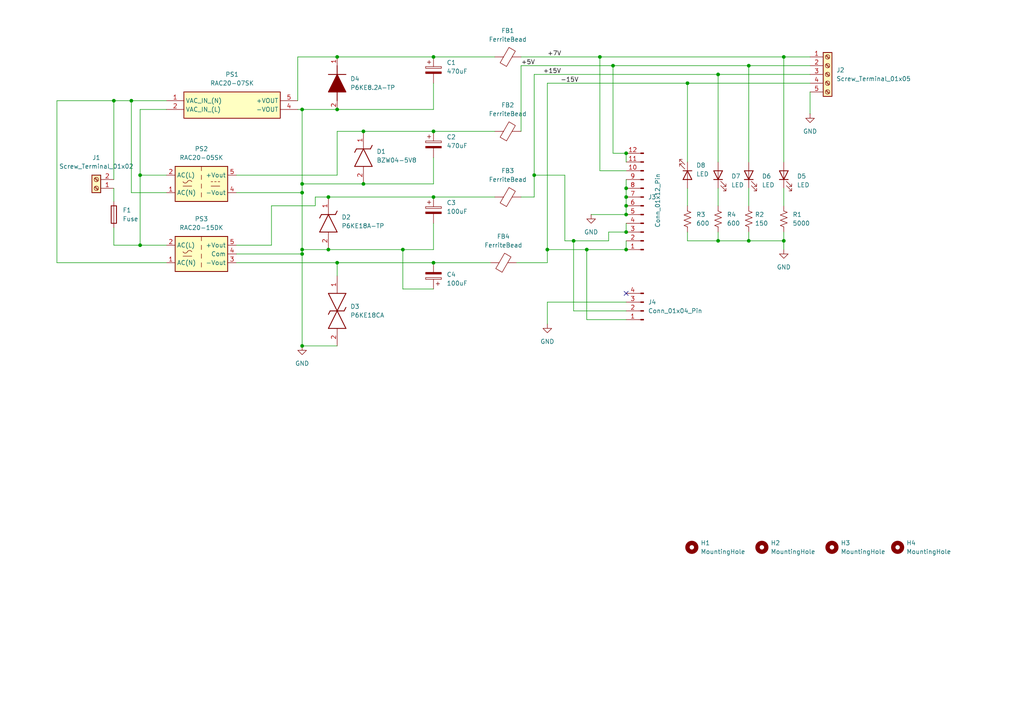
<source format=kicad_sch>
(kicad_sch (version 20250114) (generator "eeschema") (generator_version "9.0")
  (paper "A4")
  (lib_symbols
    (symbol "BZW04-5V8:BZW04-5V8" (pin_names (hide yes))
      (property "Reference" "D" (at 10.16 8.89 0))
      (property "Value" "BZW04-5V8" (at 10.16 6.35 0))
      (symbol "BZW04-5V8_1_1"
        (polyline (pts (xy 4.064 2.54) (xy 5.08 2.032)) (stroke (width 0.254)))
        (polyline (pts (xy 5.08 0) (xy 10.16 2.54)) (stroke (width 0.254)))
        (polyline (pts (xy 5.08 -2.032) (xy 5.08 2.032)) (stroke (width 0.254)))
        (polyline (pts (xy 5.08 -2.032) (xy 6.096 -2.54)) (stroke (width 0.254)))
        (polyline (pts (xy 10.16 -2.54) (xy 5.08 0)) (stroke (width 0.254)))
        (polyline (pts (xy 10.16 -2.54) (xy 10.16 2.54)) (stroke (width 0.254)))
        (pin passive line (at 0 0 0) (length 5.08) (name "K") (number "1"))
        (pin passive line (at 15.24 0 180) (length 5.08) (name "A") (number "2"))
      )
    )
    (symbol "Connector:Conn_01x04_Pin" (pin_names (offset 1.016) (hide yes))
      (property "Reference" "J" (at 0 5.08 0))
      (property "Value" "Conn_01x04_Pin" (at 0 -7.62 0))
      (symbol "Conn_01x04_Pin_1_1"
        (rectangle (start 0.8636 2.667) (end 0 2.413) (stroke (width 0.1524)) (fill (type outline)))
        (rectangle (start 0.8636 0.127) (end 0 -0.127) (stroke (width 0.1524)) (fill (type outline)))
        (rectangle (start 0.8636 -2.413) (end 0 -2.667) (stroke (width 0.1524)) (fill (type outline)))
        (rectangle (start 0.8636 -4.953) (end 0 -5.207) (stroke (width 0.1524)) (fill (type outline)))
        (polyline (pts (xy 1.27 2.54) (xy 0.8636 2.54)) (stroke (width 0.1524)))
        (polyline (pts (xy 1.27 0) (xy 0.8636 0)) (stroke (width 0.1524)))
        (polyline (pts (xy 1.27 -2.54) (xy 0.8636 -2.54)) (stroke (width 0.1524)))
        (polyline (pts (xy 1.27 -5.08) (xy 0.8636 -5.08)) (stroke (width 0.1524)))
        (pin passive line (at 5.08 2.54 180) (length 3.81) (name "Pin_1") (number "1"))
        (pin passive line (at 5.08 0 180) (length 3.81) (name "Pin_2") (number "2"))
        (pin passive line (at 5.08 -2.54 180) (length 3.81) (name "Pin_3") (number "3"))
        (pin passive line (at 5.08 -5.08 180) (length 3.81) (name "Pin_4") (number "4"))
      )
    )
    (symbol "Connector:Conn_01x12_Pin" (pin_names (offset 1.016) (hide yes))
      (property "Reference" "J" (at 0 15.24 0))
      (property "Value" "Conn_01x12_Pin" (at 0 -17.78 0))
      (symbol "Conn_01x12_Pin_1_1"
        (rectangle (start 0.8636 12.827) (end 0 12.573) (stroke (width 0.1524)) (fill (type outline)))
        (rectangle (start 0.8636 10.287) (end 0 10.033) (stroke (width 0.1524)) (fill (type outline)))
        (rectangle (start 0.8636 7.747) (end 0 7.493) (stroke (width 0.1524)) (fill (type outline)))
        (rectangle (start 0.8636 5.207) (end 0 4.953) (stroke (width 0.1524)) (fill (type outline)))
        (rectangle (start 0.8636 2.667) (end 0 2.413) (stroke (width 0.1524)) (fill (type outline)))
        (rectangle (start 0.8636 0.127) (end 0 -0.127) (stroke (width 0.1524)) (fill (type outline)))
        (rectangle (start 0.8636 -2.413) (end 0 -2.667) (stroke (width 0.1524)) (fill (type outline)))
        (rectangle (start 0.8636 -4.953) (end 0 -5.207) (stroke (width 0.1524)) (fill (type outline)))
        (rectangle (start 0.8636 -7.493) (end 0 -7.747) (stroke (width 0.1524)) (fill (type outline)))
        (rectangle (start 0.8636 -10.033) (end 0 -10.287) (stroke (width 0.1524)) (fill (type outline)))
        (rectangle (start 0.8636 -12.573) (end 0 -12.827) (stroke (width 0.1524)) (fill (type outline)))
        (rectangle (start 0.8636 -15.113) (end 0 -15.367) (stroke (width 0.1524)) (fill (type outline)))
        (polyline (pts (xy 1.27 12.7) (xy 0.8636 12.7)) (stroke (width 0.1524)))
        (polyline (pts (xy 1.27 10.16) (xy 0.8636 10.16)) (stroke (width 0.1524)))
        (polyline (pts (xy 1.27 7.62) (xy 0.8636 7.62)) (stroke (width 0.1524)))
        (polyline (pts (xy 1.27 5.08) (xy 0.8636 5.08)) (stroke (width 0.1524)))
        (polyline (pts (xy 1.27 2.54) (xy 0.8636 2.54)) (stroke (width 0.1524)))
        (polyline (pts (xy 1.27 0) (xy 0.8636 0)) (stroke (width 0.1524)))
        (polyline (pts (xy 1.27 -2.54) (xy 0.8636 -2.54)) (stroke (width 0.1524)))
        (polyline (pts (xy 1.27 -5.08) (xy 0.8636 -5.08)) (stroke (width 0.1524)))
        (polyline (pts (xy 1.27 -7.62) (xy 0.8636 -7.62)) (stroke (width 0.1524)))
        (polyline (pts (xy 1.27 -10.16) (xy 0.8636 -10.16)) (stroke (width 0.1524)))
        (polyline (pts (xy 1.27 -12.7) (xy 0.8636 -12.7)) (stroke (width 0.1524)))
        (polyline (pts (xy 1.27 -15.24) (xy 0.8636 -15.24)) (stroke (width 0.1524)))
        (pin passive line (at 5.08 12.7 180) (length 3.81) (name "Pin_1") (number "1"))
        (pin passive line (at 5.08 10.16 180) (length 3.81) (name "Pin_2") (number "2"))
        (pin passive line (at 5.08 7.62 180) (length 3.81) (name "Pin_3") (number "3"))
        (pin passive line (at 5.08 5.08 180) (length 3.81) (name "Pin_4") (number "4"))
        (pin passive line (at 5.08 2.54 180) (length 3.81) (name "Pin_5") (number "5"))
        (pin passive line (at 5.08 0 180) (length 3.81) (name "Pin_6") (number "6"))
        (pin passive line (at 5.08 -2.54 180) (length 3.81) (name "Pin_7") (number "7"))
        (pin passive line (at 5.08 -5.08 180) (length 3.81) (name "Pin_8") (number "8"))
        (pin passive line (at 5.08 -7.62 180) (length 3.81) (name "Pin_9") (number "9"))
        (pin passive line (at 5.08 -10.16 180) (length 3.81) (name "Pin_10") (number "10"))
        (pin passive line (at 5.08 -12.7 180) (length 3.81) (name "Pin_11") (number "11"))
        (pin passive line (at 5.08 -15.24 180) (length 3.81) (name "Pin_12") (number "12"))
      )
    )
    (symbol "Connector:Screw_Terminal_01x02" (pin_names (offset 1.016) (hide yes))
      (property "Reference" "J" (at 0 2.54 0))
      (property "Value" "Screw_Terminal_01x02" (at 0 -5.08 0))
      (symbol "Screw_Terminal_01x02_1_1"
        (rectangle (start -1.27 1.27) (end 1.27 -3.81) (stroke (width 0.254)) (fill (type background)))
        (polyline (pts (xy -0.5334 0.3302) (xy 0.3302 -0.508)) (stroke (width 0.1524)))
        (polyline (pts (xy -0.5334 -2.2098) (xy 0.3302 -3.048)) (stroke (width 0.1524)))
        (polyline (pts (xy -0.3556 0.508) (xy 0.508 -0.3302)) (stroke (width 0.1524)))
        (polyline (pts (xy -0.3556 -2.032) (xy 0.508 -2.8702)) (stroke (width 0.1524)))
        (circle (center 0 0) (radius 0.635) (stroke (width 0.1524)))
        (circle (center 0 -2.54) (radius 0.635) (stroke (width 0.1524)))
        (pin passive line (at -5.08 0 0) (length 3.81) (name "Pin_1") (number "1"))
        (pin passive line (at -5.08 -2.54 0) (length 3.81) (name "Pin_2") (number "2"))
      )
    )
    (symbol "Connector:Screw_Terminal_01x05" (pin_names (offset 1.016) (hide yes))
      (property "Reference" "J" (at 0 7.62 0))
      (property "Value" "Screw_Terminal_01x05" (at 0 -7.62 0))
      (symbol "Screw_Terminal_01x05_1_1"
        (rectangle (start -1.27 6.35) (end 1.27 -6.35) (stroke (width 0.254)) (fill (type background)))
        (polyline (pts (xy -0.5334 5.4102) (xy 0.3302 4.572)) (stroke (width 0.1524)))
        (polyline (pts (xy -0.5334 2.8702) (xy 0.3302 2.032)) (stroke (width 0.1524)))
        (polyline (pts (xy -0.5334 0.3302) (xy 0.3302 -0.508)) (stroke (width 0.1524)))
        (polyline (pts (xy -0.5334 -2.2098) (xy 0.3302 -3.048)) (stroke (width 0.1524)))
        (polyline (pts (xy -0.5334 -4.7498) (xy 0.3302 -5.588)) (stroke (width 0.1524)))
        (polyline (pts (xy -0.3556 5.588) (xy 0.508 4.7498)) (stroke (width 0.1524)))
        (polyline (pts (xy -0.3556 3.048) (xy 0.508 2.2098)) (stroke (width 0.1524)))
        (polyline (pts (xy -0.3556 0.508) (xy 0.508 -0.3302)) (stroke (width 0.1524)))
        (polyline (pts (xy -0.3556 -2.032) (xy 0.508 -2.8702)) (stroke (width 0.1524)))
        (polyline (pts (xy -0.3556 -4.572) (xy 0.508 -5.4102)) (stroke (width 0.1524)))
        (circle (center 0 5.08) (radius 0.635) (stroke (width 0.1524)))
        (circle (center 0 2.54) (radius 0.635) (stroke (width 0.1524)))
        (circle (center 0 0) (radius 0.635) (stroke (width 0.1524)))
        (circle (center 0 -2.54) (radius 0.635) (stroke (width 0.1524)))
        (circle (center 0 -5.08) (radius 0.635) (stroke (width 0.1524)))
        (pin passive line (at -5.08 5.08 0) (length 3.81) (name "Pin_1") (number "1"))
        (pin passive line (at -5.08 2.54 0) (length 3.81) (name "Pin_2") (number "2"))
        (pin passive line (at -5.08 0 0) (length 3.81) (name "Pin_3") (number "3"))
        (pin passive line (at -5.08 -2.54 0) (length 3.81) (name "Pin_4") (number "4"))
        (pin passive line (at -5.08 -5.08 0) (length 3.81) (name "Pin_5") (number "5"))
      )
    )
    (symbol "Converter_ACDC:RAC20-05SK"
      (property "Reference" "PS" (at 0 6.35 0))
      (property "Value" "RAC20-05SK" (at 0 -6.35 0))
      (symbol "RAC20-05SK_1_1"
        (rectangle (start -7.62 5.08) (end 7.62 -5.08) (stroke (width 0.254)) (fill (type background)))
        (polyline (pts (xy -5.334 -0.635) (xy -2.794 -0.635)))
        (arc (start -4.064 0.635) (mid -4.699 0.2495) (end -5.334 0.635))
        (arc (start -4.064 0.635) (mid -3.429 1.0072) (end -2.794 0.635))
        (polyline (pts (xy 0 5.08) (xy 0 3.81)))
        (polyline (pts (xy 0 2.54) (xy 0 1.27)))
        (polyline (pts (xy 0 0) (xy 0 -1.27)))
        (polyline (pts (xy 0 -2.54) (xy 0 -3.81)))
        (polyline (pts (xy 2.794 0.635) (xy 3.302 0.635)))
        (polyline (pts (xy 2.794 -0.635) (xy 5.334 -0.635)))
        (polyline (pts (xy 3.81 0.635) (xy 4.318 0.635)))
        (polyline (pts (xy 4.826 0.635) (xy 5.334 0.635)))
        (pin power_in line (at -10.16 2.54 0) (length 2.54) (name "AC(L)") (number "2"))
        (pin power_in line (at -10.16 -2.54 0) (length 2.54) (name "AC(N)") (number "1"))
        (pin power_out line (at 10.16 2.54 180) (length 2.54) (name "+Vout") (number "5"))
        (pin power_out line (at 10.16 -2.54 180) (length 2.54) (name "-Vout") (number "4"))
      )
    )
    (symbol "Converter_ACDC:RAC20-15DK"
      (property "Reference" "PS" (at 0 6.35 0))
      (property "Value" "RAC20-15DK" (at 0 -6.35 0))
      (symbol "RAC20-15DK_0_1"
        (rectangle (start -7.62 5.08) (end 7.62 -5.08) (stroke (width 0.254)) (fill (type background)))
        (polyline (pts (xy -5.334 -0.635) (xy -2.794 -0.635)))
        (arc (start -4.064 0.635) (mid -4.699 0.2495) (end -5.334 0.635))
        (arc (start -4.064 0.635) (mid -3.429 1.0072) (end -2.794 0.635))
        (polyline (pts (xy 0 5.08) (xy 0 3.81)))
        (polyline (pts (xy 0 2.54) (xy 0 1.27)))
        (polyline (pts (xy 0 0) (xy 0 -1.27)))
        (polyline (pts (xy 0 -2.54) (xy 0 -3.81)))
      )
      (symbol "RAC20-15DK_1_1"
        (pin power_in line (at -10.16 2.54 0) (length 2.54) (name "AC(L)") (number "2"))
        (pin power_in line (at -10.16 -2.54 0) (length 2.54) (name "AC(N)") (number "1"))
        (pin power_out line (at 10.16 2.54 180) (length 2.54) (name "+Vout") (number "5"))
        (pin power_out line (at 10.16 0 180) (length 2.54) (name "Com") (number "4"))
        (pin power_out line (at 10.16 -2.54 180) (length 2.54) (name "-Vout") (number "3"))
      )
    )
    (symbol "Device:C_Polarized" (pin_numbers (hide yes)) (pin_names (offset 0.254))
      (property "Reference" "C" (at 0.635 2.54 0))
      (property "Value" "C_Polarized" (at 0.635 -2.54 0))
      (symbol "C_Polarized_0_1"
        (rectangle (start -2.286 0.508) (end 2.286 1.016))
        (polyline (pts (xy -1.778 2.286) (xy -0.762 2.286)))
        (polyline (pts (xy -1.27 2.794) (xy -1.27 1.778)))
        (rectangle (start 2.286 -0.508) (end -2.286 -1.016) (fill (type outline)))
      )
      (symbol "C_Polarized_1_1"
        (pin passive line (at 0 3.81 270) (length 2.794) (name "~") (number "1"))
        (pin passive line (at 0 -3.81 90) (length 2.794) (name "~") (number "2"))
      )
    )
    (symbol "Device:FerriteBead" (pin_numbers (hide yes)) (pin_names (offset 0))
      (property "Reference" "FB" (at -3.81 0.635 90))
      (property "Value" "FerriteBead" (at 3.81 0 90))
      (symbol "FerriteBead_0_1"
        (polyline (pts (xy -2.7686 0.4064) (xy -1.7018 2.2606) (xy 2.7686 -0.3048) (xy 1.6764 -2.159) (xy -2.7686 0.4064)))
        (polyline (pts (xy 0 1.27) (xy 0 1.2954)))
        (polyline (pts (xy 0 -1.27) (xy 0 -1.2192)))
      )
      (symbol "FerriteBead_1_1"
        (pin passive line (at 0 3.81 270) (length 2.54) (name "~") (number "1"))
        (pin passive line (at 0 -3.81 90) (length 2.54) (name "~") (number "2"))
      )
    )
    (symbol "Device:Fuse" (pin_numbers (hide yes)) (pin_names (offset 0))
      (property "Reference" "F" (at 2.032 0 90))
      (property "Value" "Fuse" (at -1.905 0 90))
      (symbol "Fuse_0_1"
        (rectangle (start -0.762 -2.54) (end 0.762 2.54) (stroke (width 0.254)))
        (polyline (pts (xy 0 2.54) (xy 0 -2.54)))
      )
      (symbol "Fuse_1_1"
        (pin passive line (at 0 3.81 270) (length 1.27) (name "~") (number "1"))
        (pin passive line (at 0 -3.81 90) (length 1.27) (name "~") (number "2"))
      )
    )
    (symbol "Device:LED" (pin_numbers (hide yes)) (pin_names (offset 1.016) (hide yes))
      (property "Reference" "D" (at 0 2.54 0))
      (property "Value" "LED" (at 0 -2.54 0))
      (symbol "LED_0_1"
        (polyline (pts (xy -3.048 -0.762) (xy -4.572 -2.286) (xy -3.81 -2.286) (xy -4.572 -2.286) (xy -4.572 -1.524)))
        (polyline (pts (xy -1.778 -0.762) (xy -3.302 -2.286) (xy -2.54 -2.286) (xy -3.302 -2.286) (xy -3.302 -1.524)))
        (polyline (pts (xy -1.27 0) (xy 1.27 0)))
        (polyline (pts (xy -1.27 -1.27) (xy -1.27 1.27)) (stroke (width 0.254)))
        (polyline (pts (xy 1.27 -1.27) (xy 1.27 1.27) (xy -1.27 0) (xy 1.27 -1.27)) (stroke (width 0.254)))
      )
      (symbol "LED_1_1"
        (pin passive line (at -3.81 0 0) (length 2.54) (name "K") (number "1"))
        (pin passive line (at 3.81 0 180) (length 2.54) (name "A") (number "2"))
      )
    )
    (symbol "Device:R_US" (pin_numbers (hide yes)) (pin_names (offset 0))
      (property "Reference" "R" (at 2.54 0 90))
      (property "Value" "R_US" (at -2.54 0 90))
      (symbol "R_US_0_1"
        (polyline (pts (xy 0 2.286) (xy 0 2.54)))
        (polyline (pts (xy 0 2.286) (xy 1.016 1.905) (xy 0 1.524) (xy -1.016 1.143) (xy 0 0.762)))
        (polyline (pts (xy 0 0.762) (xy 1.016 0.381) (xy 0 0) (xy -1.016 -0.381) (xy 0 -0.762)))
        (polyline (pts (xy 0 -0.762) (xy 1.016 -1.143) (xy 0 -1.524) (xy -1.016 -1.905) (xy 0 -2.286)))
        (polyline (pts (xy 0 -2.286) (xy 0 -2.54)))
      )
      (symbol "R_US_1_1"
        (pin passive line (at 0 3.81 270) (length 1.27) (name "~") (number "1"))
        (pin passive line (at 0 -3.81 90) (length 1.27) (name "~") (number "2"))
      )
    )
    (symbol "Mechanical:MountingHole" (pin_names (offset 1.016)) (exclude_from_sim yes) (in_bom no)
      (property "Reference" "H" (at 0 5.08 0))
      (property "Value" "MountingHole" (at 0 3.175 0))
      (symbol "MountingHole_0_1"
        (circle (center 0 0) (radius 1.27) (stroke (width 1.27)))
      )
    )
    (symbol "P6KE18A:P6KE18A-TP" (pin_names (hide yes))
      (property "Reference" "D" (at 10.16 8.89 0))
      (property "Value" "P6KE18A-TP" (at 10.16 6.35 0))
      (symbol "P6KE18A-TP_1_1"
        (polyline (pts (xy 4.064 2.54) (xy 5.08 2.032)) (stroke (width 0.254)))
        (polyline (pts (xy 5.08 0) (xy 10.16 2.54)) (stroke (width 0.254)))
        (polyline (pts (xy 5.08 -2.032) (xy 5.08 2.032)) (stroke (width 0.254)))
        (polyline (pts (xy 5.08 -2.032) (xy 6.096 -2.54)) (stroke (width 0.254)))
        (polyline (pts (xy 10.16 -2.54) (xy 5.08 0)) (stroke (width 0.254)))
        (polyline (pts (xy 10.16 -2.54) (xy 10.16 2.54)) (stroke (width 0.254)))
        (pin passive line (at 0 0 0) (length 5.08) (name "K") (number "1"))
        (pin passive line (at 15.24 0 180) (length 5.08) (name "A") (number "2"))
      )
    )
    (symbol "P6KE18CA:P6KE18CA" (pin_names (hide yes))
      (property "Reference" "D" (at 12.7 8.89 0))
      (property "Value" "P6KE18CA" (at 12.7 6.35 0))
      (symbol "P6KE18CA_1_1"
        (polyline (pts (xy 5.08 2.54) (xy 5.08 -2.54)) (stroke (width 0.254)))
        (polyline (pts (xy 5.08 2.54) (xy 10.16 0)) (stroke (width 0.254)))
        (polyline (pts (xy 9.144 2.54) (xy 10.16 2.032)) (stroke (width 0.254)))
        (polyline (pts (xy 10.16 0) (xy 5.08 -2.54)) (stroke (width 0.254)))
        (polyline (pts (xy 10.16 0) (xy 15.24 -2.54)) (stroke (width 0.254)))
        (polyline (pts (xy 10.16 -2.032) (xy 10.16 2.032)) (stroke (width 0.254)))
        (polyline (pts (xy 10.16 -2.032) (xy 11.176 -2.54)) (stroke (width 0.254)))
        (polyline (pts (xy 15.24 2.54) (xy 10.16 0)) (stroke (width 0.254)))
        (polyline (pts (xy 15.24 2.54) (xy 15.24 -2.54)) (stroke (width 0.254)))
        (pin passive line (at 0 0 0) (length 5.08) (name "1") (number "1"))
        (pin passive line (at 20.32 0 180) (length 5.08) (name "2") (number "2"))
      )
    )
    (symbol "P6KE8.2:P6KE8.2A-TP" (pin_names (hide yes))
      (property "Reference" "D" (at 11.43 5.08 0))
      (property "Value" "P6KE8.2A-TP" (at 11.43 2.54 0))
      (symbol "P6KE8.2A-TP_1_1"
        (polyline (pts (xy 2.54 0) (xy 5.08 0)) (stroke (width 0.254)))
        (polyline (pts (xy 5.08 2.54) (xy 5.08 -2.54)) (stroke (width 0.254)))
        (polyline (pts (xy 5.08 0) (xy 10.16 2.54) (xy 10.16 -2.54) (xy 5.08 0)) (stroke (width 0.254)) (fill (type outline)))
        (polyline (pts (xy 10.16 0) (xy 12.7 0)) (stroke (width 0.254)))
        (pin passive line (at 0 0 0) (length 2.54) (name "K") (number "1"))
        (pin passive line (at 15.24 0 180) (length 2.54) (name "A") (number "2"))
      )
    )
    (symbol "RAC20-07:RAC20-07SK"
      (property "Reference" "PS" (at 34.29 7.62 0))
      (property "Value" "RAC20-07SK" (at 34.29 5.08 0))
      (symbol "RAC20-07SK_1_1"
        (rectangle (start 5.08 2.54) (end 33.02 -5.08) (stroke (width 0.254)) (fill (type background)))
        (pin passive line (at 0 0 0) (length 5.08) (name "VAC_IN_(N)") (number "1"))
        (pin passive line (at 0 -2.54 0) (length 5.08) (name "VAC_IN_(L)") (number "2"))
        (pin passive line (at 38.1 0 180) (length 5.08) (name "+VOUT") (number "5"))
        (pin passive line (at 38.1 -2.54 180) (length 5.08) (name "-VOUT") (number "4"))
      )
    )
    (symbol "power:GND" (power) (pin_numbers (hide yes)) (pin_names (offset 0) (hide yes))
      (property "Value" "GND" (at 0 -3.81 0))
      (symbol "GND_0_1"
        (polyline (pts (xy 0 0) (xy 0 -1.27) (xy 1.27 -1.27) (xy 0 -2.54) (xy -1.27 -1.27) (xy 0 -1.27)))
      )
      (symbol "GND_1_1"
        (pin power_in line (at 0 0 270) (length 0) (name "~") (number "1"))
      )
    )
  )
  (junction (at 208.28 69.85))
  (junction (at 158.75 72.39))
  (junction (at 217.17 19.05))
  (junction (at 181.61 72.39))
  (junction (at 97.79 16.51))
  (junction (at 177.8 19.05))
  (junction (at 227.33 16.51))
  (junction (at 116.84 72.39))
  (junction (at 97.79 76.2))
  (junction (at 173.99 16.51))
  (junction (at 87.63 55.88))
  (junction (at 217.17 69.85))
  (junction (at 95.25 57.15))
  (junction (at 87.63 53.34))
  (junction (at 105.41 38.1))
  (junction (at 166.37 69.85))
  (junction (at 40.64 71.12))
  (junction (at 181.61 59.69))
  (junction (at 95.25 72.39))
  (junction (at 125.73 38.1))
  (junction (at 227.33 69.85))
  (junction (at 38.1 29.21))
  (junction (at 87.63 100.33))
  (junction (at 125.73 76.2))
  (junction (at 97.79 31.75))
  (junction (at 208.28 21.59))
  (junction (at 87.63 31.75))
  (junction (at 105.41 53.34))
  (junction (at 87.63 72.39))
  (junction (at 40.64 50.8))
  (junction (at 125.73 57.15))
  (junction (at 154.94 50.8))
  (junction (at 125.73 16.51))
  (junction (at 181.61 67.31))
  (junction (at 33.02 29.21))
  (junction (at 199.39 24.13))
  (junction (at 181.61 54.61))
  (junction (at 181.61 57.15))
  (junction (at 181.61 44.45))
  (junction (at 87.63 73.66))
  (junction (at 170.18 72.39))
  (junction (at 181.61 62.23))
  (no_connect (at 181.61 85.09))
  (wire (pts (xy 91.44 57.15) (xy 95.25 57.15)))
  (wire (pts (xy 105.41 53.34) (xy 125.73 53.34)))
  (wire (pts (xy 125.73 31.75) (xy 125.73 24.13)))
  (wire (pts (xy 177.8 44.45) (xy 181.61 44.45)))
  (wire (pts (xy 48.26 76.2) (xy 16.51 76.2)))
  (wire (pts (xy 116.84 72.39) (xy 125.73 72.39)))
  (wire (pts (xy 217.17 54.61) (xy 217.17 59.69)))
  (wire (pts (xy 208.28 21.59) (xy 208.28 46.99)))
  (wire (pts (xy 176.53 69.85) (xy 176.53 67.31)))
  (wire (pts (xy 87.63 53.34) (xy 87.63 55.88)))
  (wire (pts (xy 199.39 24.13) (xy 199.39 46.99)))
  (wire (pts (xy 163.83 69.85) (xy 166.37 69.85)))
  (wire (pts (xy 87.63 72.39) (xy 87.63 73.66)))
  (wire (pts (xy 105.41 38.1) (xy 125.73 38.1)))
  (wire (pts (xy 217.17 19.05) (xy 217.17 46.99)))
  (wire (pts (xy 97.79 31.75) (xy 125.73 31.75)))
  (wire (pts (xy 16.51 76.2) (xy 16.51 29.21)))
  (wire (pts (xy 68.58 73.66) (xy 87.63 73.66)))
  (wire (pts (xy 181.61 59.69) (xy 181.61 62.23)))
  (wire (pts (xy 38.1 29.21) (xy 33.02 29.21)))
  (wire (pts (xy 87.63 55.88) (xy 68.58 55.88)))
  (wire (pts (xy 166.37 69.85) (xy 176.53 69.85)))
  (wire (pts (xy 86.36 31.75) (xy 87.63 31.75)))
  (wire (pts (xy 227.33 69.85) (xy 227.33 72.39)))
  (wire (pts (xy 173.99 49.53) (xy 181.61 49.53)))
  (wire (pts (xy 125.73 38.1) (xy 143.51 38.1)))
  (wire (pts (xy 95.25 57.15) (xy 125.73 57.15)))
  (wire (pts (xy 227.33 16.51) (xy 234.95 16.51)))
  (wire (pts (xy 208.28 67.31) (xy 208.28 69.85)))
  (wire (pts (xy 33.02 66.04) (xy 33.02 71.12)))
  (wire (pts (xy 177.8 19.05) (xy 177.8 44.45)))
  (wire (pts (xy 199.39 24.13) (xy 158.75 24.13)))
  (wire (pts (xy 97.79 50.8) (xy 97.79 38.1)))
  (wire (pts (xy 95.25 72.39) (xy 116.84 72.39)))
  (wire (pts (xy 87.63 31.75) (xy 87.63 53.34)))
  (wire (pts (xy 97.79 76.2) (xy 125.73 76.2)))
  (wire (pts (xy 158.75 24.13) (xy 158.75 72.39)))
  (wire (pts (xy 199.39 67.31) (xy 199.39 69.85)))
  (wire (pts (xy 181.61 54.61) (xy 181.61 57.15)))
  (wire (pts (xy 208.28 21.59) (xy 154.94 21.59)))
  (wire (pts (xy 166.37 69.85) (xy 166.37 90.17)))
  (wire (pts (xy 234.95 24.13) (xy 199.39 24.13)))
  (wire (pts (xy 48.26 31.75) (xy 40.64 31.75)))
  (wire (pts (xy 48.26 29.21) (xy 38.1 29.21)))
  (wire (pts (xy 234.95 21.59) (xy 208.28 21.59)))
  (wire (pts (xy 68.58 71.12) (xy 78.74 71.12)))
  (wire (pts (xy 87.63 31.75) (xy 97.79 31.75)))
  (wire (pts (xy 125.73 57.15) (xy 143.51 57.15)))
  (wire (pts (xy 33.02 71.12) (xy 40.64 71.12)))
  (wire (pts (xy 151.13 16.51) (xy 173.99 16.51)))
  (wire (pts (xy 181.61 57.15) (xy 181.61 59.69)))
  (wire (pts (xy 86.36 29.21) (xy 86.36 16.51)))
  (wire (pts (xy 91.44 59.69) (xy 91.44 57.15)))
  (wire (pts (xy 87.63 100.33) (xy 97.79 100.33)))
  (wire (pts (xy 158.75 72.39) (xy 158.75 76.2)))
  (wire (pts (xy 68.58 76.2) (xy 97.79 76.2)))
  (wire (pts (xy 170.18 92.71) (xy 181.61 92.71)))
  (wire (pts (xy 154.94 57.15) (xy 151.13 57.15)))
  (wire (pts (xy 170.18 72.39) (xy 170.18 92.71)))
  (wire (pts (xy 176.53 67.31) (xy 181.61 67.31)))
  (wire (pts (xy 116.84 72.39) (xy 116.84 83.82)))
  (wire (pts (xy 151.13 19.05) (xy 151.13 38.1)))
  (wire (pts (xy 177.8 19.05) (xy 151.13 19.05)))
  (wire (pts (xy 181.61 44.45) (xy 181.61 46.99)))
  (wire (pts (xy 181.61 69.85) (xy 181.61 72.39)))
  (wire (pts (xy 97.79 38.1) (xy 105.41 38.1)))
  (wire (pts (xy 116.84 83.82) (xy 125.73 83.82)))
  (wire (pts (xy 87.63 73.66) (xy 87.63 100.33)))
  (wire (pts (xy 97.79 16.51) (xy 125.73 16.51)))
  (wire (pts (xy 227.33 54.61) (xy 227.33 59.69)))
  (wire (pts (xy 154.94 50.8) (xy 154.94 57.15)))
  (wire (pts (xy 40.64 31.75) (xy 40.64 50.8)))
  (wire (pts (xy 125.73 53.34) (xy 125.73 45.72)))
  (wire (pts (xy 87.63 53.34) (xy 105.41 53.34)))
  (wire (pts (xy 78.74 71.12) (xy 78.74 59.69)))
  (wire (pts (xy 95.25 72.39) (xy 87.63 72.39)))
  (wire (pts (xy 217.17 69.85) (xy 227.33 69.85)))
  (wire (pts (xy 181.61 52.07) (xy 181.61 54.61)))
  (wire (pts (xy 125.73 72.39) (xy 125.73 64.77)))
  (wire (pts (xy 171.45 62.23) (xy 181.61 62.23)))
  (wire (pts (xy 48.26 55.88) (xy 38.1 55.88)))
  (wire (pts (xy 154.94 21.59) (xy 154.94 50.8)))
  (wire (pts (xy 199.39 69.85) (xy 208.28 69.85)))
  (wire (pts (xy 125.73 16.51) (xy 143.51 16.51)))
  (wire (pts (xy 158.75 76.2) (xy 149.86 76.2)))
  (wire (pts (xy 87.63 55.88) (xy 87.63 72.39)))
  (wire (pts (xy 217.17 19.05) (xy 177.8 19.05)))
  (wire (pts (xy 78.74 59.69) (xy 91.44 59.69)))
  (wire (pts (xy 208.28 54.61) (xy 208.28 59.69)))
  (wire (pts (xy 173.99 16.51) (xy 173.99 49.53)))
  (wire (pts (xy 97.79 76.2) (xy 97.79 80.01)))
  (wire (pts (xy 208.28 69.85) (xy 217.17 69.85)))
  (wire (pts (xy 181.61 64.77) (xy 181.61 67.31)))
  (wire (pts (xy 234.95 26.67) (xy 234.95 33.02)))
  (wire (pts (xy 40.64 71.12) (xy 48.26 71.12)))
  (wire (pts (xy 40.64 50.8) (xy 48.26 50.8)))
  (wire (pts (xy 181.61 87.63) (xy 158.75 87.63)))
  (wire (pts (xy 16.51 29.21) (xy 33.02 29.21)))
  (wire (pts (xy 86.36 16.51) (xy 97.79 16.51)))
  (wire (pts (xy 40.64 50.8) (xy 40.64 71.12)))
  (wire (pts (xy 166.37 90.17) (xy 181.61 90.17)))
  (wire (pts (xy 217.17 67.31) (xy 217.17 69.85)))
  (wire (pts (xy 170.18 72.39) (xy 181.61 72.39)))
  (wire (pts (xy 163.83 50.8) (xy 163.83 69.85)))
  (wire (pts (xy 68.58 50.8) (xy 97.79 50.8)))
  (wire (pts (xy 38.1 55.88) (xy 38.1 29.21)))
  (wire (pts (xy 234.95 19.05) (xy 217.17 19.05)))
  (wire (pts (xy 173.99 16.51) (xy 227.33 16.51)))
  (wire (pts (xy 125.73 76.2) (xy 142.24 76.2)))
  (wire (pts (xy 227.33 67.31) (xy 227.33 69.85)))
  (wire (pts (xy 199.39 54.61) (xy 199.39 59.69)))
  (wire (pts (xy 33.02 54.61) (xy 33.02 58.42)))
  (wire (pts (xy 33.02 29.21) (xy 33.02 52.07)))
  (wire (pts (xy 158.75 72.39) (xy 170.18 72.39)))
  (wire (pts (xy 154.94 50.8) (xy 163.83 50.8)))
  (wire (pts (xy 227.33 16.51) (xy 227.33 46.99)))
  (wire (pts (xy 158.75 87.63) (xy 158.75 93.98)))
  (label "+15V" (at 157.48 21.59 0))
  (label "+7V" (at 158.75 16.51 0))
  (label "+5V" (at 151.13 19.05 0))
  (label "-15V" (at 162.56 24.13 0))
  (symbol (lib_id "Device:FerriteBead") (at 147.32 57.15 90) (unit 1)
    (property "Reference" "FB3" (at 147.2692 49.53 90))
    (property "Value" "FerriteBead" (at 147.2692 52.07 90))
    (property "Footprint" "Ferrite_THT:LairdTech_28C0236-0JW-10" (effects (hide yes)))
    (property "Description" "Ferrite bead" (effects (hide yes)))
    (property "Mouser Part Number" "875-28C0236-0JW-10" (effects (hide yes)))
  )
  (symbol (lib_id "power:GND") (at 87.63 100.33 0) (unit 1)
    (property "Reference" "#PWR01" (effects (hide yes)))
    (property "Value" "GND" (at 87.63 105.41 0))
    (property "Description" "Power symbol creates a global label with name \"GND\" , ground" (effects (hide yes)))
  )
  (symbol (lib_id "Mechanical:MountingHole") (at 200.66 158.75 0) (unit 1) (exclude_from_sim yes) (in_bom no)
    (property "Reference" "H1" (at 203.2 157.4799 0) (effects (justify left)))
    (property "Value" "MountingHole" (at 203.2 160.0199 0) (effects (justify left)))
    (property "Footprint" "MountingHole:MountingHole_3.2mm_M3" (effects (hide yes)))
    (property "Description" "Mounting Hole without connection" (effects (hide yes)))
  )
  (symbol (lib_id "Converter_ACDC:RAC20-15DK") (at 58.42 73.66 0) (unit 1)
    (property "Reference" "PS3" (at 58.42 63.5 0))
    (property "Value" "RAC20-15DK" (at 58.42 66.04 0))
    (property "Footprint" "Converter_ACDC:Converter_ACDC_Recom_RAC20-xxDK_THT" (effects (hide yes)))
    (property "Datasheet" "https://recom-power.com/pdf/Powerline_AC-DC/RAC20-K.pdf" (effects (hide yes)))
    (property "Description" "20 Watt Dual Output AC/DC power supply ±15V ±670mA" (effects (hide yes)))
    (property "Mouser Part Number" "919-RAC20-15DK" (effects (hide yes)))
  )
  (symbol (lib_id "Device:C_Polarized") (at 125.73 20.32 0) (unit 1)
    (property "Reference" "C1" (at 129.54 18.1609 0) (effects (justify left)))
    (property "Value" "470uF" (at 129.54 20.7009 0) (effects (justify left)))
    (property "Footprint" "Capacitor_THT:CP_Radial_D10.0mm_P2.50mm" (effects (hide yes)))
    (property "Description" "Polarized capacitor" (effects (hide yes)))
    (property "Mouser Part Number" "667-EEU-FR1V471" (effects (hide yes)))
  )
  (symbol (lib_id "Connector:Screw_Terminal_01x05") (at 240.03 21.59 0) (unit 1)
    (property "Reference" "J2" (at 242.57 20.3199 0) (effects (justify left)))
    (property "Value" "Screw_Terminal_01x05" (at 242.57 22.8599 0) (effects (justify left)))
    (property "Footprint" "TerminalBlock_Altech:Altech_AK100_1x05_P5.00mm" (effects (hide yes)))
    (property "Description" "Generic screw terminal, single row, 01x05, script generated (kicad-library-utils/schlib/autogen/connector/)" (effects (hide yes)))
    (property "Mouser Part Number" "179-TB0010-500-05GR" (effects (hide yes)))
  )
  (symbol (lib_id "Device:R_US") (at 227.33 63.5 0) (unit 1)
    (property "Reference" "R1" (at 229.87 62.2299 0) (effects (justify left)))
    (property "Value" "5000" (at 229.87 64.7699 0) (effects (justify left)))
    (property "Footprint" "Resistor_THT:R_Axial_DIN0309_L9.0mm_D3.2mm_P12.70mm_Horizontal" (effects (hide yes)))
    (property "Description" "Resistor, US symbol" (effects (hide yes)))
  )
  (symbol (lib_id "Connector:Screw_Terminal_01x02") (at 27.94 54.61 180) (unit 1)
    (property "Reference" "J1" (at 27.94 45.72 0))
    (property "Value" "Screw_Terminal_01x02" (at 27.94 48.26 0))
    (property "Footprint" "TerminalBlock:TerminalBlock_Altech_AK300-2_P5.00mm" (effects (hide yes)))
    (property "Description" "Generic screw terminal, single row, 01x02, script generated (kicad-library-utils/schlib/autogen/connector/)" (effects (hide yes)))
    (property "Mouser Part Number" "845-30.602" (effects (hide yes)))
  )
  (symbol (lib_id "power:GND") (at 234.95 33.02 0) (unit 1)
    (property "Reference" "#PWR02" (effects (hide yes)))
    (property "Value" "GND" (at 234.95 38.1 0))
    (property "Description" "Power symbol creates a global label with name \"GND\" , ground" (effects (hide yes)))
  )
  (symbol (lib_id "Device:R_US") (at 217.17 63.5 0) (unit 1)
    (property "Reference" "R2" (at 218.948 62.23 0) (effects (justify left)))
    (property "Value" "150" (at 218.948 64.77 0) (effects (justify left)))
    (property "Footprint" "Resistor_THT:R_Axial_DIN0309_L9.0mm_D3.2mm_P12.70mm_Horizontal" (effects (hide yes)))
    (property "Description" "Resistor, US symbol" (effects (hide yes)))
  )
  (symbol (lib_id "P6KE18A:P6KE18A-TP") (at 95.25 57.15 270) (unit 1)
    (property "Reference" "D2" (at 99.06 62.9919 90) (effects (justify left)))
    (property "Value" "P6KE18A-TP" (at 99.06 65.5319 90) (effects (justify left)))
    (property "Footprint" "Diode_THT:D_5W_P12.70mm_Horizontal" (effects (hide yes)))
    (property "Datasheet" "https://www.mccsemi.com/pdf/Products/P6KE6.8(A)-P6KE600(A)(DO-15).pdf" (effects (hide yes)))
    (property "Description" "TVS" (effects (hide yes)))
    (property "Mouser Part Number" "833-P6KE18A-TP" (effects (hide yes)))
    (property "Manufacturer_Name" "MCC" (effects (hide yes)))
    (property "Manufacturer_Part_Number" "P6KE18A-TP" (effects (hide yes)))
  )
  (symbol (lib_id "Device:LED") (at 217.17 50.8 90) (unit 1)
    (property "Reference" "D6" (at 220.98 51.1174 90) (effects (justify right)))
    (property "Value" "LED" (at 220.98 53.6574 90) (effects (justify right)))
    (property "Footprint" "LED_THT:LED_D3.0mm" (effects (hide yes)))
    (property "Description" "Light emitting diode" (effects (hide yes)))
    (property "Sim.Pins" "1=K 2=A" (effects (hide yes)))
    (property "Mouser Part Number" "859-LTL-4211N" (effects (hide yes)))
  )
  (symbol (lib_id "Device:LED") (at 208.28 50.8 90) (unit 1)
    (property "Reference" "D7" (at 212.09 51.1174 90) (effects (justify right)))
    (property "Value" "LED" (at 212.09 53.6574 90) (effects (justify right)))
    (property "Footprint" "LED_THT:LED_D3.0mm" (effects (hide yes)))
    (property "Description" "Light emitting diode" (effects (hide yes)))
    (property "Sim.Pins" "1=K 2=A" (effects (hide yes)))
    (property "Mouser Part Number" "859-LTL-1CHG" (effects (hide yes)))
  )
  (symbol (lib_id "power:GND") (at 158.75 93.98 0) (unit 1)
    (property "Reference" "#PWR03" (effects (hide yes)))
    (property "Value" "GND" (at 158.75 99.06 0))
    (property "Description" "Power symbol creates a global label with name \"GND\" , ground" (effects (hide yes)))
  )
  (symbol (lib_id "Device:LED") (at 227.33 50.8 90) (unit 1)
    (property "Reference" "D5" (at 231.14 51.1174 90) (effects (justify right)))
    (property "Value" "LED" (at 231.14 53.6574 90) (effects (justify right)))
    (property "Footprint" "LED_THT:LED_D3.0mm" (effects (hide yes)))
    (property "Description" "Light emitting diode" (effects (hide yes)))
    (property "Sim.Pins" "1=K 2=A" (effects (hide yes)))
    (property "Mouser Part Number" "593-VAOL-3MSBY2" (effects (hide yes)))
  )
  (symbol (lib_id "Device:C_Polarized") (at 125.73 41.91 0) (unit 1)
    (property "Reference" "C2" (at 129.54 39.7509 0) (effects (justify left)))
    (property "Value" "470uF" (at 129.54 42.2909 0) (effects (justify left)))
    (property "Footprint" "Capacitor_THT:CP_Radial_D10.0mm_P2.50mm" (effects (hide yes)))
    (property "Description" "Polarized capacitor" (effects (hide yes)))
    (property "Mouser Part Number" "667-EEU-FR1V471" (effects (hide yes)))
  )
  (symbol (lib_id "Device:FerriteBead") (at 146.05 76.2 90) (unit 1)
    (property "Reference" "FB4" (at 145.9992 68.58 90))
    (property "Value" "FerriteBead" (at 145.9992 71.12 90))
    (property "Footprint" "Ferrite_THT:LairdTech_28C0236-0JW-10" (effects (hide yes)))
    (property "Description" "Ferrite bead" (effects (hide yes)))
    (property "Mouser Part Number" "875-28C0236-0JW-10" (effects (hide yes)))
  )
  (symbol (lib_id "P6KE8.2:P6KE8.2A-TP") (at 97.79 16.51 270) (unit 1)
    (property "Reference" "D4" (at 101.6 22.8599 90) (effects (justify left)))
    (property "Value" "P6KE8.2A-TP" (at 101.6 25.3999 90) (effects (justify left)))
    (property "Footprint" "Diode_THT:D_5W_P12.70mm_Horizontal" (effects (hide yes)))
    (property "Datasheet" "https://www.mccsemi.com/pdf/Products/P6KE6.8(A)-P6KE600(A)(DO-15).pdf" (effects (hide yes)))
    (property "Description" "TVS" (effects (hide yes)))
    (property "Mouser Part Number" "833-P6KE8.2A-TP" (effects (hide yes)))
    (property "Manufacturer_Name" "MCC" (effects (hide yes)))
    (property "Manufacturer_Part_Number" "P6KE8.2A-TP" (effects (hide yes)))
  )
  (symbol (lib_id "BZW04-5V8:BZW04-5V8") (at 105.41 38.1 270) (unit 1)
    (property "Reference" "D1" (at 109.22 43.9419 90) (effects (justify left)))
    (property "Value" "BZW04-5V8" (at 109.22 46.4819 90) (effects (justify left)))
    (property "Footprint" "Diode_THT:D_5W_P12.70mm_Horizontal" (effects (hide yes)))
    (property "Datasheet" "https://www.st.com/resource/en/datasheet/bzw04-28b.pdf" (effects (hide yes)))
    (property "Description" "Peak pulse power:  400 W (10/1000 us)  up to 2.3 kW (8/20 us)  Stand-off voltage range from 5.8 V to 376 V  Unidirectional and bidirectional types  Operating Tj  max: 175 C  High power capability at Tj  max.: up to 230 W (10/1000 s)  Lead finishing: matte tin plating" (effects (hide yes)))
    (property "Mouser Part Number" "511-BZW04-5V8" (effects (hide yes)))
    (property "Mouser Price/Stock" "https://www.mouser.co.uk/ProductDetail/STMicroelectronics/BZW04-5V8?qs=5KuQF53oazGal6GNw%252BM3dQ%3D%3D" (effects (hide yes)))
    (property "Manufacturer_Name" "STMicroelectronics" (effects (hide yes)))
    (property "Manufacturer_Part_Number" "BZW04-5V8" (effects (hide yes)))
  )
  (symbol (lib_id "Converter_ACDC:RAC20-05SK") (at 58.42 53.34 0) (unit 1)
    (property "Reference" "PS2" (at 58.42 43.18 0))
    (property "Value" "RAC20-05SK" (at 58.42 45.72 0))
    (property "Footprint" "Converter_ACDC:Converter_ACDC_Recom_RAC20-xxSK_THT" (effects (hide yes)))
    (property "Datasheet" "https://recom-power.com/pdf/Powerline_AC-DC/RAC20-K.pdf" (effects (hide yes)))
    (property "Description" "20 Watt Single Output AC/DC power supply 5V 4000mA" (effects (hide yes)))
    (property "Mouser Part Number" "919-RAC20-05SK" (effects (hide yes)))
  )
  (symbol (lib_id "Connector:Conn_01x12_Pin") (at 186.69 59.69 180) (unit 1)
    (property "Reference" "J3" (at 187.96 57.1499 0) (effects (justify right)))
    (property "Value" "Conn_01x12_Pin" (at 190.754 66.04 90) (effects (justify right)))
    (property "Footprint" "Connector_Molex:Molex_KK-254_AE-6410-12A_1x12_P2.54mm_Vertical" (effects (hide yes)))
    (property "Description" "Generic connector, single row, 01x12, script generated" (effects (hide yes)))
  )
  (symbol (lib_id "Device:LED") (at 199.39 50.8 270) (unit 1)
    (property "Reference" "D8" (at 201.93 47.9424 90) (effects (justify left)))
    (property "Value" "LED" (at 201.93 50.4824 90) (effects (justify left)))
    (property "Footprint" "LED_THT:LED_D3.0mm" (effects (hide yes)))
    (property "Description" "Light emitting diode" (effects (hide yes)))
    (property "Sim.Pins" "1=K 2=A" (effects (hide yes)))
    (property "Mouser Part Number" "859-LTL-4251N" (effects (hide yes)))
  )
  (symbol (lib_id "Device:R_US") (at 199.39 63.5 0) (unit 1)
    (property "Reference" "R3" (at 201.93 62.2299 0) (effects (justify left)))
    (property "Value" "600" (at 201.93 64.7699 0) (effects (justify left)))
    (property "Footprint" "Resistor_THT:R_Axial_DIN0309_L9.0mm_D3.2mm_P12.70mm_Horizontal" (effects (hide yes)))
    (property "Description" "Resistor, US symbol" (effects (hide yes)))
  )
  (symbol (lib_id "Device:Fuse") (at 33.02 62.23 0) (unit 1)
    (property "Reference" "F1" (at 35.56 60.9599 0) (effects (justify left)))
    (property "Value" "Fuse" (at 35.56 63.4999 0) (effects (justify left)))
    (property "Footprint" "Fuse:Fuseholder_Clip-6.3x32mm_Littelfuse_102_Inline_P34.21x7.62mm_D2.54mm_Horizontal" (effects (hide yes)))
    (property "Description" "Fuse" (effects (hide yes)))
    (property "Mouser Part Number" "576-01020071Z" (effects (hide yes)))
  )
  (symbol (lib_id "RAC20-07:RAC20-07SK") (at 48.26 29.21 0) (unit 1)
    (property "Reference" "PS1" (at 67.31 21.59 0))
    (property "Value" "RAC20-07SK" (at 67.31 24.13 0))
    (property "Footprint" "Converter_ACDC:Converter_ACDC_Recom_RAC20-xxSK_THT" (effects (hide yes)))
    (property "Datasheet" "https://recom-power.com/pdf/Powerline_AC-DC/RAC20-K.pdf" (effects (hide yes)))
    (property "Description" "20W AC/DC-Converter \\'POWERLINE\\' 2\"x1\" 3kV reg" (effects (hide yes)))
    (property "Height" "23.5" (effects (hide yes)))
    (property "Mouser Part Number" "919-RAC20-07SK" (effects (hide yes)))
    (property "Manufacturer_Name" "RECOM Power" (effects (hide yes)))
    (property "Manufacturer_Part_Number" "RAC20-07SK" (effects (hide yes)))
  )
  (symbol (lib_id "Device:FerriteBead") (at 147.32 16.51 90) (unit 1)
    (property "Reference" "FB1" (at 147.2692 8.89 90))
    (property "Value" "FerriteBead" (at 147.2692 11.43 90))
    (property "Footprint" "Ferrite_THT:LairdTech_28C0236-0JW-10" (effects (hide yes)))
    (property "Description" "Ferrite bead" (effects (hide yes)))
    (property "Mouser Part Number" "875-28C0236-0JW-10" (effects (hide yes)))
  )
  (symbol (lib_id "P6KE18CA:P6KE18CA") (at 97.79 80.01 270) (unit 1)
    (property "Reference" "D3" (at 101.6 88.8999 90) (effects (justify left)))
    (property "Value" "P6KE18CA" (at 101.6 91.4399 90) (effects (justify left)))
    (property "Footprint" "Diode_THT:D_5W_P12.70mm_Horizontal" (effects (hide yes)))
    (property "Datasheet" "https://www.st.com/resource/en/datasheet/p6ke12ca.pdf" (effects (hide yes)))
    (property "Description" "32.5V Clamp 123A (8/20s) Ipp Tvs Diode Through Hole DO-204AC (DO-15)" (effects (hide yes)))
    (property "Mouser Part Number" "511-P6KE18CA" (effects (hide yes)))
    (property "Mouser Price/Stock" "https://www.mouser.co.uk/ProductDetail/STMicroelectronics/P6KE18CA?qs=SP3%2FkIPScMHwyIc0%2F3pNzg%3D%3D" (effects (hide yes)))
    (property "Manufacturer_Name" "STMicroelectronics" (effects (hide yes)))
    (property "Manufacturer_Part_Number" "P6KE18CA" (effects (hide yes)))
  )
  (symbol (lib_id "Mechanical:MountingHole") (at 260.35 158.75 0) (unit 1) (exclude_from_sim yes) (in_bom no)
    (property "Reference" "H4" (at 262.89 157.4799 0) (effects (justify left)))
    (property "Value" "MountingHole" (at 262.89 160.0199 0) (effects (justify left)))
    (property "Footprint" "MountingHole:MountingHole_3.2mm_M3" (effects (hide yes)))
    (property "Description" "Mounting Hole without connection" (effects (hide yes)))
  )
  (symbol (lib_id "Mechanical:MountingHole") (at 220.98 158.75 0) (unit 1) (exclude_from_sim yes) (in_bom no)
    (property "Reference" "H2" (at 223.52 157.4799 0) (effects (justify left)))
    (property "Value" "MountingHole" (at 223.52 160.0199 0) (effects (justify left)))
    (property "Footprint" "MountingHole:MountingHole_3.2mm_M3" (effects (hide yes)))
    (property "Description" "Mounting Hole without connection" (effects (hide yes)))
  )
  (symbol (lib_id "Device:C_Polarized") (at 125.73 80.01 180) (unit 1)
    (property "Reference" "C4" (at 129.54 79.6289 0) (effects (justify right)))
    (property "Value" "100uF" (at 129.54 82.1689 0) (effects (justify right)))
    (property "Footprint" "Capacitor_THT:CP_Radial_D10.0mm_P2.50mm" (effects (hide yes)))
    (property "Description" "Polarized capacitor" (effects (hide yes)))
    (property "Mouser Part Number" "667-EEU-FR1J101" (effects (hide yes)))
  )
  (symbol (lib_id "Mechanical:MountingHole") (at 241.3 158.75 0) (unit 1) (exclude_from_sim yes) (in_bom no)
    (property "Reference" "H3" (at 243.84 157.4799 0) (effects (justify left)))
    (property "Value" "MountingHole" (at 243.84 160.0199 0) (effects (justify left)))
    (property "Footprint" "MountingHole:MountingHole_3.2mm_M3" (effects (hide yes)))
    (property "Description" "Mounting Hole without connection" (effects (hide yes)))
  )
  (symbol (lib_id "Connector:Conn_01x04_Pin") (at 186.69 90.17 180) (unit 1)
    (property "Reference" "J4" (at 187.96 87.6299 0) (effects (justify right)))
    (property "Value" "Conn_01x04_Pin" (at 187.96 90.1699 0) (effects (justify right)))
    (property "Footprint" "Connector_Molex:Molex_KK-254_AE-6410-04A_1x04_P2.54mm_Vertical" (effects (hide yes)))
    (property "Description" "Generic connector, single row, 01x04, script generated" (effects (hide yes)))
  )
  (symbol (lib_id "power:GND") (at 171.45 62.23 0) (unit 1)
    (property "Reference" "#PWR04" (effects (hide yes)))
    (property "Value" "GND" (at 171.45 67.31 0))
    (property "Description" "Power symbol creates a global label with name \"GND\" , ground" (effects (hide yes)))
  )
  (symbol (lib_id "Device:C_Polarized") (at 125.73 60.96 0) (unit 1)
    (property "Reference" "C3" (at 129.54 58.8009 0) (effects (justify left)))
    (property "Value" "100uF" (at 129.54 61.3409 0) (effects (justify left)))
    (property "Footprint" "Capacitor_THT:CP_Radial_D10.0mm_P2.50mm" (effects (hide yes)))
    (property "Description" "Polarized capacitor" (effects (hide yes)))
    (property "Mouser Part Number" "667-EEU-FR1J101" (effects (hide yes)))
  )
  (symbol (lib_id "power:GND") (at 227.33 72.39 0) (unit 1)
    (property "Reference" "#PWR05" (effects (hide yes)))
    (property "Value" "GND" (at 227.33 77.47 0))
    (property "Description" "Power symbol creates a global label with name \"GND\" , ground" (effects (hide yes)))
  )
  (symbol (lib_id "Device:FerriteBead") (at 147.32 38.1 90) (unit 1)
    (property "Reference" "FB2" (at 147.2692 30.48 90))
    (property "Value" "FerriteBead" (at 147.2692 33.02 90))
    (property "Footprint" "Ferrite_THT:LairdTech_28C0236-0JW-10" (effects (hide yes)))
    (property "Description" "Ferrite bead" (effects (hide yes)))
    (property "Mouser Part Number" "875-28C0236-0JW-10" (effects (hide yes)))
  )
  (symbol (lib_id "Device:R_US") (at 208.28 63.5 0) (unit 1)
    (property "Reference" "R4" (at 210.82 62.2299 0) (effects (justify left)))
    (property "Value" "600" (at 210.82 64.7699 0) (effects (justify left)))
    (property "Footprint" "Resistor_THT:R_Axial_DIN0309_L9.0mm_D3.2mm_P12.70mm_Horizontal" (effects (hide yes)))
    (property "Description" "Resistor, US symbol" (effects (hide yes)))
  )
)
</source>
